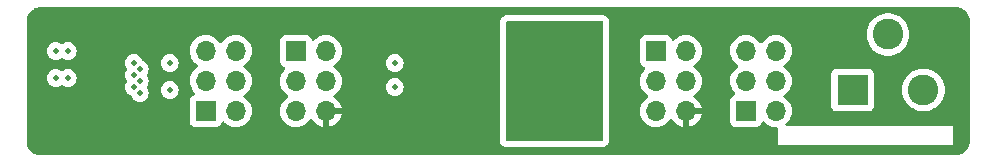
<source format=gbr>
%TF.GenerationSoftware,KiCad,Pcbnew,8.0.4*%
%TF.CreationDate,2024-11-15T14:07:30-05:00*%
%TF.ProjectId,BarrelJackAdapter,42617272-656c-44a6-9163-6b4164617074,rev?*%
%TF.SameCoordinates,Original*%
%TF.FileFunction,Copper,L2,Inr*%
%TF.FilePolarity,Positive*%
%FSLAX46Y46*%
G04 Gerber Fmt 4.6, Leading zero omitted, Abs format (unit mm)*
G04 Created by KiCad (PCBNEW 8.0.4) date 2024-11-15 14:07:30*
%MOMM*%
%LPD*%
G01*
G04 APERTURE LIST*
%TA.AperFunction,ComponentPad*%
%ADD10R,1.700000X1.700000*%
%TD*%
%TA.AperFunction,ComponentPad*%
%ADD11O,1.700000X1.700000*%
%TD*%
%TA.AperFunction,ComponentPad*%
%ADD12R,2.600000X2.600000*%
%TD*%
%TA.AperFunction,ComponentPad*%
%ADD13C,2.600000*%
%TD*%
%TA.AperFunction,ViaPad*%
%ADD14C,0.500000*%
%TD*%
G04 APERTURE END LIST*
D10*
%TO.N,unconnected-(J3-Pin_1-Pad1)*%
%TO.C,J3*%
X124460000Y-68580000D03*
D11*
%TO.N,+9V*%
X127000000Y-68580000D03*
%TO.N,+3.3V*%
X124460000Y-71120000D03*
%TO.N,/Vleft*%
X127000000Y-71120000D03*
%TO.N,unconnected-(J3-Pin_5-Pad5)*%
X124460000Y-73660000D03*
%TO.N,+5V*%
X127000000Y-73660000D03*
%TD*%
D10*
%TO.N,unconnected-(J5-Pin_1-Pad1)*%
%TO.C,J5*%
X154940000Y-68580000D03*
D11*
%TO.N,+9V*%
X157480000Y-68580000D03*
%TO.N,+3.3V*%
X154940000Y-71120000D03*
%TO.N,/Vright*%
X157480000Y-71120000D03*
%TO.N,unconnected-(J5-Pin_5-Pad5)*%
X154940000Y-73660000D03*
%TO.N,+5V*%
X157480000Y-73660000D03*
%TD*%
D12*
%TO.N,+9V*%
%TO.C,J1*%
X171600000Y-71870000D03*
D13*
%TO.N,GND*%
X177600000Y-71870000D03*
X174600000Y-67170000D03*
%TD*%
D10*
%TO.N,/Vright*%
%TO.C,J4*%
X162560000Y-73645000D03*
D11*
%TO.N,GND*%
X165100000Y-73645000D03*
%TO.N,/Vright*%
X162560000Y-71105000D03*
%TO.N,GND*%
X165100000Y-71105000D03*
%TO.N,/Vright*%
X162560000Y-68565000D03*
%TO.N,GND*%
X165100000Y-68565000D03*
%TD*%
D10*
%TO.N,/Vleft*%
%TO.C,J2*%
X116835000Y-73645000D03*
D11*
%TO.N,GND*%
X119375000Y-73645000D03*
%TO.N,/Vleft*%
X116835000Y-71105000D03*
%TO.N,GND*%
X119375000Y-71105000D03*
%TO.N,/Vleft*%
X116835000Y-68565000D03*
%TO.N,GND*%
X119375000Y-68565000D03*
%TD*%
D14*
%TO.N,GND*%
X104140000Y-68580000D03*
X143256000Y-70358000D03*
X145796000Y-70358000D03*
X147066000Y-74422000D03*
X148336000Y-72390000D03*
X148336000Y-70358000D03*
X147066000Y-71374000D03*
X132842000Y-71628000D03*
X144526000Y-69342000D03*
X145796000Y-72390000D03*
X145796000Y-74422000D03*
X144526000Y-68326000D03*
X145796000Y-69342000D03*
X144526000Y-70358000D03*
X105156000Y-68580000D03*
X149606000Y-72390000D03*
X148336000Y-68326000D03*
X113792000Y-69596000D03*
X148336000Y-73406000D03*
X149606000Y-71374000D03*
X149606000Y-74422000D03*
X147066000Y-69342000D03*
X149606000Y-70358000D03*
X147066000Y-68326000D03*
X145796000Y-68326000D03*
X144526000Y-74422000D03*
X143256000Y-68326000D03*
X148336000Y-71374000D03*
X143256000Y-73406000D03*
X145796000Y-67310000D03*
X148336000Y-69342000D03*
X143256000Y-74422000D03*
X143256000Y-69342000D03*
X149606000Y-67310000D03*
X143256000Y-67310000D03*
X143256000Y-71374000D03*
X149606000Y-73406000D03*
X145796000Y-73406000D03*
X145796000Y-71374000D03*
X147066000Y-73406000D03*
X144526000Y-67310000D03*
X149606000Y-69342000D03*
X144526000Y-73406000D03*
X147066000Y-67310000D03*
X144526000Y-71374000D03*
X147066000Y-72390000D03*
X149606000Y-68326000D03*
X143256000Y-72390000D03*
X132842000Y-69596000D03*
X148336000Y-74422000D03*
X148336000Y-67310000D03*
X144526000Y-72390000D03*
X147066000Y-70358000D03*
%TO.N,+5V*%
X132588000Y-73660000D03*
X134112000Y-73660000D03*
X130302000Y-71628000D03*
X105156000Y-73152000D03*
X133350000Y-73660000D03*
X104140000Y-73152000D03*
%TO.N,+3.3V*%
X113792000Y-71882000D03*
X111252000Y-70104000D03*
X111252000Y-71120000D03*
X111252000Y-72136000D03*
X110744000Y-71628000D03*
X110744000Y-70612000D03*
X110744000Y-69596000D03*
X104140000Y-70866000D03*
X105156000Y-70866000D03*
%TD*%
%TA.AperFunction,Conductor*%
%TO.N,+5V*%
G36*
X180344853Y-64845882D02*
G01*
X180374568Y-64848220D01*
X180517136Y-64859440D01*
X180536346Y-64862483D01*
X180699638Y-64901686D01*
X180718130Y-64907694D01*
X180841090Y-64958626D01*
X180873277Y-64971959D01*
X180890614Y-64980793D01*
X181033786Y-65068529D01*
X181049527Y-65079965D01*
X181177217Y-65189022D01*
X181190977Y-65202782D01*
X181300034Y-65330472D01*
X181311470Y-65346213D01*
X181399206Y-65489385D01*
X181408040Y-65506722D01*
X181472302Y-65661862D01*
X181478315Y-65680368D01*
X181517515Y-65843648D01*
X181520559Y-65862866D01*
X181534118Y-66035146D01*
X181534500Y-66044875D01*
X181534500Y-76195124D01*
X181534118Y-76204853D01*
X181520559Y-76377133D01*
X181517515Y-76396351D01*
X181478315Y-76559631D01*
X181472302Y-76578137D01*
X181408040Y-76733277D01*
X181399206Y-76750614D01*
X181311470Y-76893786D01*
X181300034Y-76909527D01*
X181190977Y-77037217D01*
X181177217Y-77050977D01*
X181049527Y-77160034D01*
X181033786Y-77171470D01*
X180890614Y-77259206D01*
X180873277Y-77268040D01*
X180718137Y-77332302D01*
X180699631Y-77338315D01*
X180536351Y-77377515D01*
X180517133Y-77380559D01*
X180344854Y-77394118D01*
X180335125Y-77394500D01*
X102874875Y-77394500D01*
X102865146Y-77394118D01*
X102692866Y-77380559D01*
X102673648Y-77377515D01*
X102510368Y-77338315D01*
X102491862Y-77332302D01*
X102336722Y-77268040D01*
X102319385Y-77259206D01*
X102176213Y-77171470D01*
X102160472Y-77160034D01*
X102032782Y-77050977D01*
X102019022Y-77037217D01*
X101909965Y-76909527D01*
X101898529Y-76893786D01*
X101810793Y-76750614D01*
X101801959Y-76733277D01*
X101781025Y-76682739D01*
X101737694Y-76578130D01*
X101731686Y-76559638D01*
X101692483Y-76396346D01*
X101689440Y-76377132D01*
X101686321Y-76337504D01*
X101676950Y-76218420D01*
X101675882Y-76204852D01*
X101675500Y-76195124D01*
X101675500Y-70865997D01*
X103384751Y-70865997D01*
X103384751Y-70866002D01*
X103403685Y-71034056D01*
X103459545Y-71193694D01*
X103459547Y-71193697D01*
X103549518Y-71336884D01*
X103549523Y-71336890D01*
X103669109Y-71456476D01*
X103669115Y-71456481D01*
X103812302Y-71546452D01*
X103812305Y-71546454D01*
X103812309Y-71546455D01*
X103812310Y-71546456D01*
X103875774Y-71568663D01*
X103971943Y-71602314D01*
X104139997Y-71621249D01*
X104140000Y-71621249D01*
X104140003Y-71621249D01*
X104308056Y-71602314D01*
X104312106Y-71600897D01*
X104467690Y-71546456D01*
X104582027Y-71474613D01*
X104649264Y-71455612D01*
X104713973Y-71474613D01*
X104828307Y-71546454D01*
X104828305Y-71546454D01*
X104828309Y-71546455D01*
X104828310Y-71546456D01*
X104891774Y-71568663D01*
X104987943Y-71602314D01*
X105155997Y-71621249D01*
X105156000Y-71621249D01*
X105156003Y-71621249D01*
X105324056Y-71602314D01*
X105328106Y-71600897D01*
X105483690Y-71546456D01*
X105483692Y-71546454D01*
X105483694Y-71546454D01*
X105483697Y-71546452D01*
X105626884Y-71456481D01*
X105626885Y-71456480D01*
X105626890Y-71456477D01*
X105746477Y-71336890D01*
X105774983Y-71291523D01*
X105836452Y-71193697D01*
X105836454Y-71193694D01*
X105836454Y-71193692D01*
X105836456Y-71193690D01*
X105892313Y-71034059D01*
X105892313Y-71034058D01*
X105892314Y-71034056D01*
X105911249Y-70866002D01*
X105911249Y-70865997D01*
X105892314Y-70697943D01*
X105836454Y-70538305D01*
X105836452Y-70538302D01*
X105746481Y-70395115D01*
X105746476Y-70395109D01*
X105626890Y-70275523D01*
X105626884Y-70275518D01*
X105483697Y-70185547D01*
X105483694Y-70185545D01*
X105324056Y-70129685D01*
X105156003Y-70110751D01*
X105155997Y-70110751D01*
X104987943Y-70129685D01*
X104828307Y-70185545D01*
X104713972Y-70257387D01*
X104646735Y-70276387D01*
X104582028Y-70257387D01*
X104467692Y-70185545D01*
X104467691Y-70185544D01*
X104467690Y-70185544D01*
X104423188Y-70169972D01*
X104308056Y-70129685D01*
X104140003Y-70110751D01*
X104139997Y-70110751D01*
X103971943Y-70129685D01*
X103812305Y-70185545D01*
X103812302Y-70185547D01*
X103669115Y-70275518D01*
X103669109Y-70275523D01*
X103549523Y-70395109D01*
X103549518Y-70395115D01*
X103459547Y-70538302D01*
X103459545Y-70538305D01*
X103403685Y-70697943D01*
X103384751Y-70865997D01*
X101675500Y-70865997D01*
X101675500Y-69595997D01*
X109988751Y-69595997D01*
X109988751Y-69596002D01*
X110007685Y-69764056D01*
X110063545Y-69923692D01*
X110135387Y-70038028D01*
X110154387Y-70105265D01*
X110135387Y-70169972D01*
X110063545Y-70284307D01*
X110007685Y-70443943D01*
X109988751Y-70611997D01*
X109988751Y-70612002D01*
X110007685Y-70780056D01*
X110063545Y-70939692D01*
X110135387Y-71054028D01*
X110154387Y-71121265D01*
X110135387Y-71185972D01*
X110063545Y-71300307D01*
X110007685Y-71459943D01*
X109988751Y-71627997D01*
X109988751Y-71628002D01*
X110007685Y-71796056D01*
X110063545Y-71955694D01*
X110063547Y-71955697D01*
X110153518Y-72098884D01*
X110153523Y-72098890D01*
X110273109Y-72218476D01*
X110273115Y-72218481D01*
X110416302Y-72308452D01*
X110416307Y-72308455D01*
X110416310Y-72308456D01*
X110474940Y-72328971D01*
X110531716Y-72369692D01*
X110551028Y-72405059D01*
X110571544Y-72463693D01*
X110661518Y-72606884D01*
X110661523Y-72606890D01*
X110781109Y-72726476D01*
X110781115Y-72726481D01*
X110924302Y-72816452D01*
X110924305Y-72816454D01*
X110924309Y-72816455D01*
X110924310Y-72816456D01*
X110996913Y-72841860D01*
X111083943Y-72872314D01*
X111251997Y-72891249D01*
X111252000Y-72891249D01*
X111252003Y-72891249D01*
X111420056Y-72872314D01*
X111420059Y-72872313D01*
X111579690Y-72816456D01*
X111579692Y-72816454D01*
X111579694Y-72816454D01*
X111579697Y-72816452D01*
X111722884Y-72726481D01*
X111722885Y-72726480D01*
X111722890Y-72726477D01*
X111842477Y-72606890D01*
X111842481Y-72606884D01*
X111932452Y-72463697D01*
X111932454Y-72463694D01*
X111932454Y-72463692D01*
X111932456Y-72463690D01*
X111988313Y-72304059D01*
X111988313Y-72304058D01*
X111988314Y-72304056D01*
X112007249Y-72136002D01*
X112007249Y-72135997D01*
X111988314Y-71967943D01*
X111958240Y-71881997D01*
X113036751Y-71881997D01*
X113036751Y-71882002D01*
X113055685Y-72050056D01*
X113111545Y-72209694D01*
X113111547Y-72209697D01*
X113201518Y-72352884D01*
X113201523Y-72352890D01*
X113321109Y-72472476D01*
X113321115Y-72472481D01*
X113464302Y-72562452D01*
X113464305Y-72562454D01*
X113464309Y-72562455D01*
X113464310Y-72562456D01*
X113536913Y-72587860D01*
X113623943Y-72618314D01*
X113791997Y-72637249D01*
X113792000Y-72637249D01*
X113792003Y-72637249D01*
X113960056Y-72618314D01*
X113992721Y-72606884D01*
X114119690Y-72562456D01*
X114119692Y-72562454D01*
X114119694Y-72562454D01*
X114119697Y-72562452D01*
X114262884Y-72472481D01*
X114262885Y-72472480D01*
X114262890Y-72472477D01*
X114382477Y-72352890D01*
X114383535Y-72351206D01*
X114472452Y-72209697D01*
X114472454Y-72209694D01*
X114472454Y-72209692D01*
X114472456Y-72209690D01*
X114528313Y-72050059D01*
X114528313Y-72050058D01*
X114528314Y-72050056D01*
X114547249Y-71882002D01*
X114547249Y-71881997D01*
X114528314Y-71713943D01*
X114480407Y-71577032D01*
X114472456Y-71554310D01*
X114472455Y-71554309D01*
X114472454Y-71554305D01*
X114472452Y-71554302D01*
X114382481Y-71411115D01*
X114382476Y-71411109D01*
X114262890Y-71291523D01*
X114262884Y-71291518D01*
X114119697Y-71201547D01*
X114119694Y-71201545D01*
X113960056Y-71145685D01*
X113792003Y-71126751D01*
X113791997Y-71126751D01*
X113623943Y-71145685D01*
X113464305Y-71201545D01*
X113464302Y-71201547D01*
X113321115Y-71291518D01*
X113321109Y-71291523D01*
X113201523Y-71411109D01*
X113201518Y-71411115D01*
X113111547Y-71554302D01*
X113111545Y-71554305D01*
X113055685Y-71713943D01*
X113036751Y-71881997D01*
X111958240Y-71881997D01*
X111932456Y-71808310D01*
X111932454Y-71808307D01*
X111932454Y-71808306D01*
X111860613Y-71693973D01*
X111841612Y-71626736D01*
X111860613Y-71562027D01*
X111932454Y-71447693D01*
X111932453Y-71447693D01*
X111932456Y-71447690D01*
X111988313Y-71288059D01*
X111988313Y-71288058D01*
X111988314Y-71288056D01*
X112007249Y-71120002D01*
X112007249Y-71119997D01*
X111988314Y-70951943D01*
X111958240Y-70865997D01*
X111932456Y-70792310D01*
X111932454Y-70792307D01*
X111932454Y-70792306D01*
X111860613Y-70677973D01*
X111841612Y-70610736D01*
X111860613Y-70546027D01*
X111925870Y-70442171D01*
X111932456Y-70431690D01*
X111988313Y-70272059D01*
X111988313Y-70272058D01*
X111988314Y-70272056D01*
X112007249Y-70104002D01*
X112007249Y-70103997D01*
X111988314Y-69935943D01*
X111936388Y-69787547D01*
X111932456Y-69776310D01*
X111932455Y-69776309D01*
X111932454Y-69776305D01*
X111932452Y-69776302D01*
X111842481Y-69633115D01*
X111842476Y-69633109D01*
X111805364Y-69595997D01*
X113036751Y-69595997D01*
X113036751Y-69596002D01*
X113055685Y-69764056D01*
X113111545Y-69923694D01*
X113111547Y-69923697D01*
X113201518Y-70066884D01*
X113201523Y-70066890D01*
X113321109Y-70186476D01*
X113321115Y-70186481D01*
X113464302Y-70276452D01*
X113464305Y-70276454D01*
X113464309Y-70276455D01*
X113464310Y-70276456D01*
X113486747Y-70284307D01*
X113623943Y-70332314D01*
X113791997Y-70351249D01*
X113792000Y-70351249D01*
X113792003Y-70351249D01*
X113960056Y-70332314D01*
X113973345Y-70327664D01*
X114119690Y-70276456D01*
X114119692Y-70276454D01*
X114119694Y-70276454D01*
X114119697Y-70276452D01*
X114262884Y-70186481D01*
X114262885Y-70186480D01*
X114262890Y-70186477D01*
X114382477Y-70066890D01*
X114382481Y-70066884D01*
X114472452Y-69923697D01*
X114472454Y-69923694D01*
X114472454Y-69923692D01*
X114472456Y-69923690D01*
X114528313Y-69764059D01*
X114528313Y-69764058D01*
X114528314Y-69764056D01*
X114547249Y-69596002D01*
X114547249Y-69595997D01*
X114528314Y-69427943D01*
X114472454Y-69268305D01*
X114472452Y-69268302D01*
X114382481Y-69125115D01*
X114382476Y-69125109D01*
X114262890Y-69005523D01*
X114262884Y-69005518D01*
X114119697Y-68915547D01*
X114119694Y-68915545D01*
X113960056Y-68859685D01*
X113792003Y-68840751D01*
X113791997Y-68840751D01*
X113623943Y-68859685D01*
X113464305Y-68915545D01*
X113464302Y-68915547D01*
X113321115Y-69005518D01*
X113321109Y-69005523D01*
X113201523Y-69125109D01*
X113201518Y-69125115D01*
X113111547Y-69268302D01*
X113111545Y-69268305D01*
X113055685Y-69427943D01*
X113036751Y-69595997D01*
X111805364Y-69595997D01*
X111722890Y-69513523D01*
X111722884Y-69513518D01*
X111579693Y-69423544D01*
X111521059Y-69403028D01*
X111464283Y-69362306D01*
X111444971Y-69326940D01*
X111424455Y-69268307D01*
X111424452Y-69268302D01*
X111334481Y-69125115D01*
X111334476Y-69125109D01*
X111214890Y-69005523D01*
X111214884Y-69005518D01*
X111071697Y-68915547D01*
X111071694Y-68915545D01*
X110912056Y-68859685D01*
X110744003Y-68840751D01*
X110743997Y-68840751D01*
X110575943Y-68859685D01*
X110416305Y-68915545D01*
X110416302Y-68915547D01*
X110273115Y-69005518D01*
X110273109Y-69005523D01*
X110153523Y-69125109D01*
X110153518Y-69125115D01*
X110063547Y-69268302D01*
X110063545Y-69268305D01*
X110007685Y-69427943D01*
X109988751Y-69595997D01*
X101675500Y-69595997D01*
X101675500Y-68579997D01*
X103384751Y-68579997D01*
X103384751Y-68580002D01*
X103403685Y-68748056D01*
X103459545Y-68907694D01*
X103459547Y-68907697D01*
X103549518Y-69050884D01*
X103549523Y-69050890D01*
X103669109Y-69170476D01*
X103669115Y-69170481D01*
X103812302Y-69260452D01*
X103812305Y-69260454D01*
X103812309Y-69260455D01*
X103812310Y-69260456D01*
X103834747Y-69268307D01*
X103971943Y-69316314D01*
X104139997Y-69335249D01*
X104140000Y-69335249D01*
X104140003Y-69335249D01*
X104308056Y-69316314D01*
X104308059Y-69316313D01*
X104467690Y-69260456D01*
X104582027Y-69188613D01*
X104649264Y-69169612D01*
X104713973Y-69188613D01*
X104813009Y-69250842D01*
X104828307Y-69260454D01*
X104828305Y-69260454D01*
X104828309Y-69260455D01*
X104828310Y-69260456D01*
X104850747Y-69268307D01*
X104987943Y-69316314D01*
X105155997Y-69335249D01*
X105156000Y-69335249D01*
X105156003Y-69335249D01*
X105324056Y-69316314D01*
X105324059Y-69316313D01*
X105483690Y-69260456D01*
X105483692Y-69260454D01*
X105483694Y-69260454D01*
X105483697Y-69260452D01*
X105626884Y-69170481D01*
X105626885Y-69170480D01*
X105626890Y-69170477D01*
X105746477Y-69050890D01*
X105746481Y-69050884D01*
X105836452Y-68907697D01*
X105836454Y-68907694D01*
X105836454Y-68907692D01*
X105836456Y-68907690D01*
X105892313Y-68748059D01*
X105892313Y-68748058D01*
X105892314Y-68748056D01*
X105911249Y-68580002D01*
X105911249Y-68579997D01*
X105909559Y-68564999D01*
X115479341Y-68564999D01*
X115479341Y-68565000D01*
X115499936Y-68800403D01*
X115499938Y-68800413D01*
X115561094Y-69028655D01*
X115561096Y-69028659D01*
X115561097Y-69028663D01*
X115626823Y-69169612D01*
X115660965Y-69242830D01*
X115660967Y-69242834D01*
X115744623Y-69362306D01*
X115796501Y-69436396D01*
X115796506Y-69436402D01*
X115963597Y-69603493D01*
X115963603Y-69603498D01*
X116149158Y-69733425D01*
X116192783Y-69788002D01*
X116199977Y-69857500D01*
X116168454Y-69919855D01*
X116149158Y-69936575D01*
X115963597Y-70066505D01*
X115796505Y-70233597D01*
X115660965Y-70427169D01*
X115660964Y-70427171D01*
X115561098Y-70641335D01*
X115561094Y-70641344D01*
X115499938Y-70869586D01*
X115499936Y-70869596D01*
X115479341Y-71104999D01*
X115479341Y-71105000D01*
X115499936Y-71340403D01*
X115499938Y-71340413D01*
X115561094Y-71568655D01*
X115561096Y-71568659D01*
X115561097Y-71568663D01*
X115641004Y-71740023D01*
X115660965Y-71782830D01*
X115660967Y-71782834D01*
X115730406Y-71882002D01*
X115796501Y-71976396D01*
X115796506Y-71976402D01*
X115918430Y-72098326D01*
X115951915Y-72159649D01*
X115946931Y-72229341D01*
X115905059Y-72285274D01*
X115874083Y-72302189D01*
X115742669Y-72351203D01*
X115742664Y-72351206D01*
X115627455Y-72437452D01*
X115627452Y-72437455D01*
X115541206Y-72552664D01*
X115541202Y-72552671D01*
X115490908Y-72687517D01*
X115484501Y-72747116D01*
X115484500Y-72747135D01*
X115484500Y-74542870D01*
X115484501Y-74542876D01*
X115490908Y-74602483D01*
X115541202Y-74737328D01*
X115541206Y-74737335D01*
X115627452Y-74852544D01*
X115627455Y-74852547D01*
X115742664Y-74938793D01*
X115742671Y-74938797D01*
X115877517Y-74989091D01*
X115877516Y-74989091D01*
X115884444Y-74989835D01*
X115937127Y-74995500D01*
X117732872Y-74995499D01*
X117792483Y-74989091D01*
X117927331Y-74938796D01*
X118042546Y-74852546D01*
X118128796Y-74737331D01*
X118177810Y-74605916D01*
X118219681Y-74549984D01*
X118285145Y-74525566D01*
X118353418Y-74540417D01*
X118381673Y-74561569D01*
X118503599Y-74683495D01*
X118600384Y-74751265D01*
X118697165Y-74819032D01*
X118697167Y-74819033D01*
X118697170Y-74819035D01*
X118911337Y-74918903D01*
X119139592Y-74980063D01*
X119316034Y-74995500D01*
X119374999Y-75000659D01*
X119375000Y-75000659D01*
X119375001Y-75000659D01*
X119414234Y-74997226D01*
X119610408Y-74980063D01*
X119838663Y-74918903D01*
X120052830Y-74819035D01*
X120246401Y-74683495D01*
X120413495Y-74516401D01*
X120549035Y-74322830D01*
X120648903Y-74108663D01*
X120710063Y-73880408D01*
X120730659Y-73645000D01*
X120710063Y-73409592D01*
X120658695Y-73217883D01*
X120648905Y-73181344D01*
X120648904Y-73181343D01*
X120648903Y-73181337D01*
X120549035Y-72967171D01*
X120492971Y-72887102D01*
X120413494Y-72773597D01*
X120246402Y-72606506D01*
X120246396Y-72606501D01*
X120060842Y-72476575D01*
X120017217Y-72421998D01*
X120010023Y-72352500D01*
X120041546Y-72290145D01*
X120060842Y-72273425D01*
X120139310Y-72218481D01*
X120246401Y-72143495D01*
X120413495Y-71976401D01*
X120549035Y-71782830D01*
X120648903Y-71568663D01*
X120710063Y-71340408D01*
X120729347Y-71119999D01*
X123104341Y-71119999D01*
X123104341Y-71120000D01*
X123124936Y-71355403D01*
X123124938Y-71355413D01*
X123186094Y-71583655D01*
X123186096Y-71583659D01*
X123186097Y-71583663D01*
X123237536Y-71693973D01*
X123285965Y-71797830D01*
X123285967Y-71797834D01*
X123344903Y-71882002D01*
X123421501Y-71991396D01*
X123421506Y-71991402D01*
X123588597Y-72158493D01*
X123588603Y-72158498D01*
X123774158Y-72288425D01*
X123817783Y-72343002D01*
X123824977Y-72412500D01*
X123793454Y-72474855D01*
X123774158Y-72491575D01*
X123588597Y-72621505D01*
X123421505Y-72788597D01*
X123285965Y-72982169D01*
X123285964Y-72982171D01*
X123186098Y-73196335D01*
X123186094Y-73196344D01*
X123124938Y-73424586D01*
X123124936Y-73424596D01*
X123104341Y-73659999D01*
X123104341Y-73660000D01*
X123124936Y-73895403D01*
X123124938Y-73895413D01*
X123186094Y-74123655D01*
X123186096Y-74123659D01*
X123186097Y-74123663D01*
X123269155Y-74301781D01*
X123285965Y-74337830D01*
X123285967Y-74337834D01*
X123394281Y-74492521D01*
X123421505Y-74531401D01*
X123588599Y-74698495D01*
X123685384Y-74766265D01*
X123782165Y-74834032D01*
X123782167Y-74834033D01*
X123782170Y-74834035D01*
X123996337Y-74933903D01*
X124224592Y-74995063D01*
X124399422Y-75010359D01*
X124459999Y-75015659D01*
X124460000Y-75015659D01*
X124460001Y-75015659D01*
X124499234Y-75012226D01*
X124695408Y-74995063D01*
X124923663Y-74933903D01*
X125137830Y-74834035D01*
X125331401Y-74698495D01*
X125498495Y-74531401D01*
X125628730Y-74345405D01*
X125683307Y-74301781D01*
X125752805Y-74294587D01*
X125815160Y-74326110D01*
X125831879Y-74345405D01*
X125961890Y-74531078D01*
X126128917Y-74698105D01*
X126322421Y-74833600D01*
X126536507Y-74933429D01*
X126536516Y-74933433D01*
X126750000Y-74990634D01*
X126750000Y-74093012D01*
X126807007Y-74125925D01*
X126934174Y-74160000D01*
X127065826Y-74160000D01*
X127192993Y-74125925D01*
X127250000Y-74093012D01*
X127250000Y-74990633D01*
X127463483Y-74933433D01*
X127463492Y-74933429D01*
X127677578Y-74833600D01*
X127871082Y-74698105D01*
X128038105Y-74531082D01*
X128173600Y-74337578D01*
X128273429Y-74123492D01*
X128273432Y-74123486D01*
X128330636Y-73910000D01*
X127433012Y-73910000D01*
X127465925Y-73852993D01*
X127500000Y-73725826D01*
X127500000Y-73594174D01*
X127465925Y-73467007D01*
X127433012Y-73410000D01*
X128330636Y-73410000D01*
X128330635Y-73409999D01*
X128273432Y-73196513D01*
X128273429Y-73196507D01*
X128173600Y-72982422D01*
X128173599Y-72982420D01*
X128038113Y-72788926D01*
X128038108Y-72788920D01*
X127871078Y-72621890D01*
X127685405Y-72491879D01*
X127641780Y-72437302D01*
X127634588Y-72367804D01*
X127666110Y-72305449D01*
X127685406Y-72288730D01*
X127707264Y-72273425D01*
X127871401Y-72158495D01*
X128038495Y-71991401D01*
X128174035Y-71797830D01*
X128253230Y-71627997D01*
X132086751Y-71627997D01*
X132086751Y-71628002D01*
X132105685Y-71796056D01*
X132161545Y-71955694D01*
X132161547Y-71955697D01*
X132251518Y-72098884D01*
X132251523Y-72098890D01*
X132371109Y-72218476D01*
X132371115Y-72218481D01*
X132514302Y-72308452D01*
X132514305Y-72308454D01*
X132514309Y-72308455D01*
X132514310Y-72308456D01*
X132570170Y-72328002D01*
X132673943Y-72364314D01*
X132841997Y-72383249D01*
X132842000Y-72383249D01*
X132842003Y-72383249D01*
X133010056Y-72364314D01*
X133042721Y-72352884D01*
X133169690Y-72308456D01*
X133169692Y-72308454D01*
X133169694Y-72308454D01*
X133169697Y-72308452D01*
X133312884Y-72218481D01*
X133312885Y-72218480D01*
X133312890Y-72218477D01*
X133432477Y-72098890D01*
X133432481Y-72098884D01*
X133522452Y-71955697D01*
X133522454Y-71955694D01*
X133522454Y-71955692D01*
X133522456Y-71955690D01*
X133578313Y-71796059D01*
X133578313Y-71796058D01*
X133578314Y-71796056D01*
X133597249Y-71628002D01*
X133597249Y-71627997D01*
X133578314Y-71459943D01*
X133541737Y-71355413D01*
X133522456Y-71300310D01*
X133522455Y-71300309D01*
X133522454Y-71300305D01*
X133522452Y-71300302D01*
X133432481Y-71157115D01*
X133432476Y-71157109D01*
X133312890Y-71037523D01*
X133312884Y-71037518D01*
X133169697Y-70947547D01*
X133169694Y-70947545D01*
X133010056Y-70891685D01*
X132842003Y-70872751D01*
X132841997Y-70872751D01*
X132673943Y-70891685D01*
X132514305Y-70947545D01*
X132514302Y-70947547D01*
X132371115Y-71037518D01*
X132371109Y-71037523D01*
X132251523Y-71157109D01*
X132251518Y-71157115D01*
X132161547Y-71300302D01*
X132161545Y-71300305D01*
X132105685Y-71459943D01*
X132086751Y-71627997D01*
X128253230Y-71627997D01*
X128273903Y-71583663D01*
X128335063Y-71355408D01*
X128355659Y-71120000D01*
X128335063Y-70884592D01*
X128273903Y-70656337D01*
X128174035Y-70442171D01*
X128171433Y-70438454D01*
X128038494Y-70248597D01*
X127871402Y-70081506D01*
X127871396Y-70081501D01*
X127685842Y-69951575D01*
X127642217Y-69896998D01*
X127635023Y-69827500D01*
X127666546Y-69765145D01*
X127685842Y-69748425D01*
X127708026Y-69732891D01*
X127871401Y-69618495D01*
X127893899Y-69595997D01*
X132086751Y-69595997D01*
X132086751Y-69596002D01*
X132105685Y-69764056D01*
X132161545Y-69923694D01*
X132161547Y-69923697D01*
X132251518Y-70066884D01*
X132251523Y-70066890D01*
X132371109Y-70186476D01*
X132371115Y-70186481D01*
X132514302Y-70276452D01*
X132514305Y-70276454D01*
X132514309Y-70276455D01*
X132514310Y-70276456D01*
X132536747Y-70284307D01*
X132673943Y-70332314D01*
X132841997Y-70351249D01*
X132842000Y-70351249D01*
X132842003Y-70351249D01*
X133010056Y-70332314D01*
X133023345Y-70327664D01*
X133169690Y-70276456D01*
X133169692Y-70276454D01*
X133169694Y-70276454D01*
X133169697Y-70276452D01*
X133312884Y-70186481D01*
X133312885Y-70186480D01*
X133312890Y-70186477D01*
X133432477Y-70066890D01*
X133432481Y-70066884D01*
X133522452Y-69923697D01*
X133522454Y-69923694D01*
X133522454Y-69923692D01*
X133522456Y-69923690D01*
X133578313Y-69764059D01*
X133578313Y-69764058D01*
X133578314Y-69764056D01*
X133597249Y-69596002D01*
X133597249Y-69595997D01*
X133578314Y-69427943D01*
X133522454Y-69268305D01*
X133522452Y-69268302D01*
X133432481Y-69125115D01*
X133432476Y-69125109D01*
X133312890Y-69005523D01*
X133312884Y-69005518D01*
X133169697Y-68915547D01*
X133169694Y-68915545D01*
X133010056Y-68859685D01*
X132842003Y-68840751D01*
X132841997Y-68840751D01*
X132673943Y-68859685D01*
X132514305Y-68915545D01*
X132514302Y-68915547D01*
X132371115Y-69005518D01*
X132371109Y-69005523D01*
X132251523Y-69125109D01*
X132251518Y-69125115D01*
X132161547Y-69268302D01*
X132161545Y-69268305D01*
X132105685Y-69427943D01*
X132086751Y-69595997D01*
X127893899Y-69595997D01*
X128038495Y-69451401D01*
X128174035Y-69257830D01*
X128273903Y-69043663D01*
X128335063Y-68815408D01*
X128355659Y-68580000D01*
X128335063Y-68344592D01*
X128273903Y-68116337D01*
X128174035Y-67902171D01*
X128172197Y-67899545D01*
X128038494Y-67708597D01*
X127871402Y-67541506D01*
X127871395Y-67541501D01*
X127677834Y-67405967D01*
X127677830Y-67405965D01*
X127645660Y-67390964D01*
X127463663Y-67306097D01*
X127463659Y-67306096D01*
X127463655Y-67306094D01*
X127235413Y-67244938D01*
X127235403Y-67244936D01*
X127000001Y-67224341D01*
X126999999Y-67224341D01*
X126764596Y-67244936D01*
X126764586Y-67244938D01*
X126536344Y-67306094D01*
X126536335Y-67306098D01*
X126322171Y-67405964D01*
X126322169Y-67405965D01*
X126128600Y-67541503D01*
X126006673Y-67663430D01*
X125945350Y-67696914D01*
X125875658Y-67691930D01*
X125819725Y-67650058D01*
X125802810Y-67619081D01*
X125753797Y-67487671D01*
X125753793Y-67487664D01*
X125667547Y-67372455D01*
X125667544Y-67372452D01*
X125552335Y-67286206D01*
X125552328Y-67286202D01*
X125417482Y-67235908D01*
X125417483Y-67235908D01*
X125357883Y-67229501D01*
X125357881Y-67229500D01*
X125357873Y-67229500D01*
X125357864Y-67229500D01*
X123562129Y-67229500D01*
X123562123Y-67229501D01*
X123502516Y-67235908D01*
X123367671Y-67286202D01*
X123367664Y-67286206D01*
X123252455Y-67372452D01*
X123252452Y-67372455D01*
X123166206Y-67487664D01*
X123166202Y-67487671D01*
X123115908Y-67622517D01*
X123109501Y-67682116D01*
X123109500Y-67682135D01*
X123109500Y-69477870D01*
X123109501Y-69477876D01*
X123115908Y-69537483D01*
X123166202Y-69672328D01*
X123166206Y-69672335D01*
X123252452Y-69787544D01*
X123252455Y-69787547D01*
X123367664Y-69873793D01*
X123367671Y-69873797D01*
X123499081Y-69922810D01*
X123555015Y-69964681D01*
X123579432Y-70030145D01*
X123564580Y-70098418D01*
X123543430Y-70126673D01*
X123421503Y-70248600D01*
X123285965Y-70442169D01*
X123285964Y-70442171D01*
X123186098Y-70656335D01*
X123186094Y-70656344D01*
X123124938Y-70884586D01*
X123124936Y-70884596D01*
X123104341Y-71119999D01*
X120729347Y-71119999D01*
X120730659Y-71105000D01*
X120710063Y-70869592D01*
X120663626Y-70696285D01*
X120648905Y-70641344D01*
X120648904Y-70641343D01*
X120648903Y-70641337D01*
X120549035Y-70427171D01*
X120543425Y-70419158D01*
X120413494Y-70233597D01*
X120246402Y-70066506D01*
X120246396Y-70066501D01*
X120060842Y-69936575D01*
X120017217Y-69881998D01*
X120010023Y-69812500D01*
X120041546Y-69750145D01*
X120060842Y-69733425D01*
X120204106Y-69633110D01*
X120246401Y-69603495D01*
X120413495Y-69436401D01*
X120549035Y-69242830D01*
X120648903Y-69028663D01*
X120710063Y-68800408D01*
X120730659Y-68565000D01*
X120710063Y-68329592D01*
X120650986Y-68109110D01*
X120648905Y-68101344D01*
X120648904Y-68101343D01*
X120648903Y-68101337D01*
X120549035Y-67887171D01*
X120543425Y-67879158D01*
X120413494Y-67693597D01*
X120246402Y-67526506D01*
X120246395Y-67526501D01*
X120052834Y-67390967D01*
X120052830Y-67390965D01*
X120013129Y-67372452D01*
X119838663Y-67291097D01*
X119838659Y-67291096D01*
X119838655Y-67291094D01*
X119610413Y-67229938D01*
X119610403Y-67229936D01*
X119375001Y-67209341D01*
X119374999Y-67209341D01*
X119139596Y-67229936D01*
X119139586Y-67229938D01*
X118911344Y-67291094D01*
X118911335Y-67291098D01*
X118697171Y-67390964D01*
X118697169Y-67390965D01*
X118503597Y-67526505D01*
X118336505Y-67693597D01*
X118206575Y-67879158D01*
X118151998Y-67922783D01*
X118082500Y-67929977D01*
X118020145Y-67898454D01*
X118003425Y-67879158D01*
X117873494Y-67693597D01*
X117706402Y-67526506D01*
X117706395Y-67526501D01*
X117512834Y-67390967D01*
X117512830Y-67390965D01*
X117473129Y-67372452D01*
X117298663Y-67291097D01*
X117298659Y-67291096D01*
X117298655Y-67291094D01*
X117070413Y-67229938D01*
X117070403Y-67229936D01*
X116835001Y-67209341D01*
X116834999Y-67209341D01*
X116599596Y-67229936D01*
X116599586Y-67229938D01*
X116371344Y-67291094D01*
X116371335Y-67291098D01*
X116157171Y-67390964D01*
X116157169Y-67390965D01*
X115963597Y-67526505D01*
X115796505Y-67693597D01*
X115660965Y-67887169D01*
X115660964Y-67887171D01*
X115561098Y-68101335D01*
X115561094Y-68101344D01*
X115499938Y-68329586D01*
X115499936Y-68329596D01*
X115479341Y-68564999D01*
X105909559Y-68564999D01*
X105892314Y-68411943D01*
X105836454Y-68252305D01*
X105836452Y-68252302D01*
X105746481Y-68109115D01*
X105746476Y-68109109D01*
X105626890Y-67989523D01*
X105626884Y-67989518D01*
X105483697Y-67899547D01*
X105483694Y-67899545D01*
X105324056Y-67843685D01*
X105156003Y-67824751D01*
X105155997Y-67824751D01*
X104987943Y-67843685D01*
X104828307Y-67899545D01*
X104713972Y-67971387D01*
X104646735Y-67990387D01*
X104582028Y-67971387D01*
X104467692Y-67899545D01*
X104467691Y-67899544D01*
X104467690Y-67899544D01*
X104409430Y-67879158D01*
X104308056Y-67843685D01*
X104140003Y-67824751D01*
X104139997Y-67824751D01*
X103971943Y-67843685D01*
X103812305Y-67899545D01*
X103812302Y-67899547D01*
X103669115Y-67989518D01*
X103669109Y-67989523D01*
X103549523Y-68109109D01*
X103549518Y-68109115D01*
X103459547Y-68252302D01*
X103459545Y-68252305D01*
X103403685Y-68411943D01*
X103384751Y-68579997D01*
X101675500Y-68579997D01*
X101675500Y-66164000D01*
X141734500Y-66164000D01*
X141734500Y-76076000D01*
X141734501Y-76076009D01*
X141746052Y-76183450D01*
X141746054Y-76183462D01*
X141757260Y-76234972D01*
X141791383Y-76337497D01*
X141791386Y-76337503D01*
X141869171Y-76458537D01*
X141869179Y-76458548D01*
X141914923Y-76511340D01*
X141914926Y-76511343D01*
X141914930Y-76511347D01*
X142023664Y-76605567D01*
X142023667Y-76605568D01*
X142023668Y-76605569D01*
X142117925Y-76648616D01*
X142154541Y-76665338D01*
X142221580Y-76685023D01*
X142221584Y-76685024D01*
X142364000Y-76705500D01*
X142364003Y-76705500D01*
X150370990Y-76705500D01*
X150371000Y-76705500D01*
X150478456Y-76693947D01*
X150529967Y-76682741D01*
X150564197Y-76671347D01*
X150632497Y-76648616D01*
X150632501Y-76648613D01*
X150632504Y-76648613D01*
X150753543Y-76570825D01*
X150806347Y-76525070D01*
X150900567Y-76416336D01*
X150960338Y-76285459D01*
X150980023Y-76218420D01*
X150980024Y-76218416D01*
X151000500Y-76076000D01*
X151000500Y-71119999D01*
X153584341Y-71119999D01*
X153584341Y-71120000D01*
X153604936Y-71355403D01*
X153604938Y-71355413D01*
X153666094Y-71583655D01*
X153666096Y-71583659D01*
X153666097Y-71583663D01*
X153717536Y-71693973D01*
X153765965Y-71797830D01*
X153765967Y-71797834D01*
X153824903Y-71882002D01*
X153901501Y-71991396D01*
X153901506Y-71991402D01*
X154068597Y-72158493D01*
X154068603Y-72158498D01*
X154254158Y-72288425D01*
X154297783Y-72343002D01*
X154304977Y-72412500D01*
X154273454Y-72474855D01*
X154254158Y-72491575D01*
X154068597Y-72621505D01*
X153901505Y-72788597D01*
X153765965Y-72982169D01*
X153765964Y-72982171D01*
X153666098Y-73196335D01*
X153666094Y-73196344D01*
X153604938Y-73424586D01*
X153604936Y-73424596D01*
X153584341Y-73659999D01*
X153584341Y-73660000D01*
X153604936Y-73895403D01*
X153604938Y-73895413D01*
X153666094Y-74123655D01*
X153666096Y-74123659D01*
X153666097Y-74123663D01*
X153749155Y-74301781D01*
X153765965Y-74337830D01*
X153765967Y-74337834D01*
X153874281Y-74492521D01*
X153901505Y-74531401D01*
X154068599Y-74698495D01*
X154165384Y-74766265D01*
X154262165Y-74834032D01*
X154262167Y-74834033D01*
X154262170Y-74834035D01*
X154476337Y-74933903D01*
X154704592Y-74995063D01*
X154879422Y-75010359D01*
X154939999Y-75015659D01*
X154940000Y-75015659D01*
X154940001Y-75015659D01*
X154979234Y-75012226D01*
X155175408Y-74995063D01*
X155403663Y-74933903D01*
X155617830Y-74834035D01*
X155811401Y-74698495D01*
X155978495Y-74531401D01*
X156108730Y-74345405D01*
X156163307Y-74301781D01*
X156232805Y-74294587D01*
X156295160Y-74326110D01*
X156311879Y-74345405D01*
X156441890Y-74531078D01*
X156608917Y-74698105D01*
X156802421Y-74833600D01*
X157016507Y-74933429D01*
X157016516Y-74933433D01*
X157230000Y-74990634D01*
X157230000Y-74093012D01*
X157287007Y-74125925D01*
X157414174Y-74160000D01*
X157545826Y-74160000D01*
X157672993Y-74125925D01*
X157730000Y-74093012D01*
X157730000Y-74990633D01*
X157943483Y-74933433D01*
X157943492Y-74933429D01*
X158157578Y-74833600D01*
X158351082Y-74698105D01*
X158518105Y-74531082D01*
X158653600Y-74337578D01*
X158753429Y-74123492D01*
X158753432Y-74123486D01*
X158810636Y-73910000D01*
X157913012Y-73910000D01*
X157945925Y-73852993D01*
X157980000Y-73725826D01*
X157980000Y-73594174D01*
X157945925Y-73467007D01*
X157913012Y-73410000D01*
X158810636Y-73410000D01*
X158810635Y-73409999D01*
X158753432Y-73196513D01*
X158753429Y-73196507D01*
X158653600Y-72982422D01*
X158653599Y-72982420D01*
X158518113Y-72788926D01*
X158518108Y-72788920D01*
X158351078Y-72621890D01*
X158165405Y-72491879D01*
X158121780Y-72437302D01*
X158114588Y-72367804D01*
X158146110Y-72305449D01*
X158165406Y-72288730D01*
X158187264Y-72273425D01*
X158351401Y-72158495D01*
X158518495Y-71991401D01*
X158654035Y-71797830D01*
X158753903Y-71583663D01*
X158815063Y-71355408D01*
X158835659Y-71120000D01*
X158815063Y-70884592D01*
X158753903Y-70656337D01*
X158654035Y-70442171D01*
X158651433Y-70438454D01*
X158518494Y-70248597D01*
X158351402Y-70081506D01*
X158351396Y-70081501D01*
X158165842Y-69951575D01*
X158122217Y-69896998D01*
X158115023Y-69827500D01*
X158146546Y-69765145D01*
X158165842Y-69748425D01*
X158188026Y-69732891D01*
X158351401Y-69618495D01*
X158518495Y-69451401D01*
X158654035Y-69257830D01*
X158753903Y-69043663D01*
X158815063Y-68815408D01*
X158835659Y-68580000D01*
X158834347Y-68564999D01*
X161204341Y-68564999D01*
X161204341Y-68565000D01*
X161224936Y-68800403D01*
X161224938Y-68800413D01*
X161286094Y-69028655D01*
X161286096Y-69028659D01*
X161286097Y-69028663D01*
X161351823Y-69169612D01*
X161385965Y-69242830D01*
X161385967Y-69242834D01*
X161469623Y-69362306D01*
X161521501Y-69436396D01*
X161521506Y-69436402D01*
X161688597Y-69603493D01*
X161688603Y-69603498D01*
X161874158Y-69733425D01*
X161917783Y-69788002D01*
X161924977Y-69857500D01*
X161893454Y-69919855D01*
X161874158Y-69936575D01*
X161688597Y-70066505D01*
X161521505Y-70233597D01*
X161385965Y-70427169D01*
X161385964Y-70427171D01*
X161286098Y-70641335D01*
X161286094Y-70641344D01*
X161224938Y-70869586D01*
X161224936Y-70869596D01*
X161204341Y-71104999D01*
X161204341Y-71105000D01*
X161224936Y-71340403D01*
X161224938Y-71340413D01*
X161286094Y-71568655D01*
X161286096Y-71568659D01*
X161286097Y-71568663D01*
X161366004Y-71740023D01*
X161385965Y-71782830D01*
X161385967Y-71782834D01*
X161455406Y-71882002D01*
X161521501Y-71976396D01*
X161521506Y-71976402D01*
X161643430Y-72098326D01*
X161676915Y-72159649D01*
X161671931Y-72229341D01*
X161630059Y-72285274D01*
X161599083Y-72302189D01*
X161467669Y-72351203D01*
X161467664Y-72351206D01*
X161352455Y-72437452D01*
X161352452Y-72437455D01*
X161266206Y-72552664D01*
X161266202Y-72552671D01*
X161215908Y-72687517D01*
X161209501Y-72747116D01*
X161209500Y-72747135D01*
X161209500Y-74542870D01*
X161209501Y-74542876D01*
X161215908Y-74602483D01*
X161266202Y-74737328D01*
X161266206Y-74737335D01*
X161352452Y-74852544D01*
X161352455Y-74852547D01*
X161467664Y-74938793D01*
X161467671Y-74938797D01*
X161602517Y-74989091D01*
X161602516Y-74989091D01*
X161609444Y-74989835D01*
X161662127Y-74995500D01*
X163457872Y-74995499D01*
X163517483Y-74989091D01*
X163652331Y-74938796D01*
X163767546Y-74852546D01*
X163853796Y-74737331D01*
X163902810Y-74605916D01*
X163944681Y-74549984D01*
X164010145Y-74525566D01*
X164078418Y-74540417D01*
X164106673Y-74561569D01*
X164228599Y-74683495D01*
X164325384Y-74751265D01*
X164422165Y-74819032D01*
X164422167Y-74819033D01*
X164422170Y-74819035D01*
X164636337Y-74918903D01*
X164864592Y-74980063D01*
X165041034Y-74995500D01*
X165099999Y-75000659D01*
X165100000Y-75000659D01*
X165100001Y-75000659D01*
X165146471Y-74996593D01*
X165214971Y-75010359D01*
X165265154Y-75058974D01*
X165281279Y-75120121D01*
X165281279Y-76558652D01*
X180069797Y-76558652D01*
X180069797Y-74912944D01*
X166036992Y-74912944D01*
X165969953Y-74893259D01*
X165924198Y-74840455D01*
X165914254Y-74771297D01*
X165943279Y-74707741D01*
X165965868Y-74687369D01*
X165971401Y-74683495D01*
X166138495Y-74516401D01*
X166274035Y-74322830D01*
X166373903Y-74108663D01*
X166435063Y-73880408D01*
X166455659Y-73645000D01*
X166435063Y-73409592D01*
X166383695Y-73217883D01*
X166373905Y-73181344D01*
X166373904Y-73181343D01*
X166373903Y-73181337D01*
X166274035Y-72967171D01*
X166217971Y-72887102D01*
X166138494Y-72773597D01*
X165971402Y-72606506D01*
X165971396Y-72606501D01*
X165785842Y-72476575D01*
X165742217Y-72421998D01*
X165735023Y-72352500D01*
X165766546Y-72290145D01*
X165785842Y-72273425D01*
X165864310Y-72218481D01*
X165971401Y-72143495D01*
X166138495Y-71976401D01*
X166274035Y-71782830D01*
X166373903Y-71568663D01*
X166435063Y-71340408D01*
X166455659Y-71105000D01*
X166435063Y-70869592D01*
X166388626Y-70696285D01*
X166373905Y-70641344D01*
X166373904Y-70641343D01*
X166373903Y-70641337D01*
X166318318Y-70522135D01*
X169799500Y-70522135D01*
X169799500Y-73217870D01*
X169799501Y-73217876D01*
X169805908Y-73277483D01*
X169856202Y-73412328D01*
X169856206Y-73412335D01*
X169942452Y-73527544D01*
X169942455Y-73527547D01*
X170057664Y-73613793D01*
X170057671Y-73613797D01*
X170192517Y-73664091D01*
X170192516Y-73664091D01*
X170199444Y-73664835D01*
X170252127Y-73670500D01*
X172947872Y-73670499D01*
X173007483Y-73664091D01*
X173142331Y-73613796D01*
X173257546Y-73527546D01*
X173343796Y-73412331D01*
X173394091Y-73277483D01*
X173400500Y-73217873D01*
X173400499Y-71869995D01*
X175794451Y-71869995D01*
X175794451Y-71870004D01*
X175814616Y-72139101D01*
X175874664Y-72402188D01*
X175874666Y-72402195D01*
X175954852Y-72606505D01*
X175973257Y-72653398D01*
X176108185Y-72887102D01*
X176212748Y-73018219D01*
X176276442Y-73098089D01*
X176450835Y-73259901D01*
X176474259Y-73281635D01*
X176697226Y-73433651D01*
X176940359Y-73550738D01*
X177198228Y-73630280D01*
X177198229Y-73630280D01*
X177198232Y-73630281D01*
X177465063Y-73670499D01*
X177465068Y-73670499D01*
X177465071Y-73670500D01*
X177465072Y-73670500D01*
X177734928Y-73670500D01*
X177734929Y-73670500D01*
X177734936Y-73670499D01*
X178001767Y-73630281D01*
X178001768Y-73630280D01*
X178001772Y-73630280D01*
X178259641Y-73550738D01*
X178502775Y-73433651D01*
X178725741Y-73281635D01*
X178923561Y-73098085D01*
X179091815Y-72887102D01*
X179226743Y-72653398D01*
X179325334Y-72402195D01*
X179385383Y-72139103D01*
X179396451Y-71991402D01*
X179405549Y-71870004D01*
X179405549Y-71869995D01*
X179385383Y-71600898D01*
X179385383Y-71600897D01*
X179325334Y-71337805D01*
X179226743Y-71086602D01*
X179091815Y-70852898D01*
X178923561Y-70641915D01*
X178923560Y-70641914D01*
X178923557Y-70641910D01*
X178725741Y-70458365D01*
X178668235Y-70419158D01*
X178502775Y-70306349D01*
X178502769Y-70306346D01*
X178502768Y-70306345D01*
X178502767Y-70306344D01*
X178259643Y-70189263D01*
X178259645Y-70189263D01*
X178001773Y-70109720D01*
X178001767Y-70109718D01*
X177734936Y-70069500D01*
X177734929Y-70069500D01*
X177465071Y-70069500D01*
X177465063Y-70069500D01*
X177198232Y-70109718D01*
X177198226Y-70109720D01*
X176940358Y-70189262D01*
X176697230Y-70306346D01*
X176474258Y-70458365D01*
X176276442Y-70641910D01*
X176108185Y-70852898D01*
X175973258Y-71086599D01*
X175973256Y-71086603D01*
X175874666Y-71337804D01*
X175874664Y-71337811D01*
X175814616Y-71600898D01*
X175794451Y-71869995D01*
X173400499Y-71869995D01*
X173400499Y-70522128D01*
X173394091Y-70462517D01*
X173392542Y-70458365D01*
X173343797Y-70327671D01*
X173343793Y-70327664D01*
X173257547Y-70212455D01*
X173257544Y-70212452D01*
X173142335Y-70126206D01*
X173142328Y-70126202D01*
X173007482Y-70075908D01*
X173007483Y-70075908D01*
X172947883Y-70069501D01*
X172947881Y-70069500D01*
X172947873Y-70069500D01*
X172947864Y-70069500D01*
X170252129Y-70069500D01*
X170252123Y-70069501D01*
X170192516Y-70075908D01*
X170057671Y-70126202D01*
X170057664Y-70126206D01*
X169942455Y-70212452D01*
X169942452Y-70212455D01*
X169856206Y-70327664D01*
X169856202Y-70327671D01*
X169805908Y-70462517D01*
X169803494Y-70484977D01*
X169799501Y-70522123D01*
X169799500Y-70522135D01*
X166318318Y-70522135D01*
X166274035Y-70427171D01*
X166268425Y-70419158D01*
X166138494Y-70233597D01*
X165971402Y-70066506D01*
X165971396Y-70066501D01*
X165785842Y-69936575D01*
X165742217Y-69881998D01*
X165735023Y-69812500D01*
X165766546Y-69750145D01*
X165785842Y-69733425D01*
X165929106Y-69633110D01*
X165971401Y-69603495D01*
X166138495Y-69436401D01*
X166274035Y-69242830D01*
X166373903Y-69028663D01*
X166435063Y-68800408D01*
X166455659Y-68565000D01*
X166435063Y-68329592D01*
X166375986Y-68109110D01*
X166373905Y-68101344D01*
X166373904Y-68101343D01*
X166373903Y-68101337D01*
X166274035Y-67887171D01*
X166268425Y-67879158D01*
X166138494Y-67693597D01*
X165971402Y-67526506D01*
X165971395Y-67526501D01*
X165777834Y-67390967D01*
X165777830Y-67390965D01*
X165738129Y-67372452D01*
X165563663Y-67291097D01*
X165563659Y-67291096D01*
X165563655Y-67291094D01*
X165335413Y-67229938D01*
X165335403Y-67229936D01*
X165100001Y-67209341D01*
X165099999Y-67209341D01*
X164864596Y-67229936D01*
X164864586Y-67229938D01*
X164636344Y-67291094D01*
X164636335Y-67291098D01*
X164422171Y-67390964D01*
X164422169Y-67390965D01*
X164228597Y-67526505D01*
X164061505Y-67693597D01*
X163931575Y-67879158D01*
X163876998Y-67922783D01*
X163807500Y-67929977D01*
X163745145Y-67898454D01*
X163728425Y-67879158D01*
X163598494Y-67693597D01*
X163431402Y-67526506D01*
X163431395Y-67526501D01*
X163237834Y-67390967D01*
X163237830Y-67390965D01*
X163198129Y-67372452D01*
X163023663Y-67291097D01*
X163023659Y-67291096D01*
X163023655Y-67291094D01*
X162795413Y-67229938D01*
X162795403Y-67229936D01*
X162560001Y-67209341D01*
X162559999Y-67209341D01*
X162324596Y-67229936D01*
X162324586Y-67229938D01*
X162096344Y-67291094D01*
X162096335Y-67291098D01*
X161882171Y-67390964D01*
X161882169Y-67390965D01*
X161688597Y-67526505D01*
X161521505Y-67693597D01*
X161385965Y-67887169D01*
X161385964Y-67887171D01*
X161286098Y-68101335D01*
X161286094Y-68101344D01*
X161224938Y-68329586D01*
X161224936Y-68329596D01*
X161204341Y-68564999D01*
X158834347Y-68564999D01*
X158815063Y-68344592D01*
X158753903Y-68116337D01*
X158654035Y-67902171D01*
X158652197Y-67899545D01*
X158518494Y-67708597D01*
X158351402Y-67541506D01*
X158351395Y-67541501D01*
X158157834Y-67405967D01*
X158157830Y-67405965D01*
X158125660Y-67390964D01*
X157943663Y-67306097D01*
X157943659Y-67306096D01*
X157943655Y-67306094D01*
X157715413Y-67244938D01*
X157715403Y-67244936D01*
X157480001Y-67224341D01*
X157479999Y-67224341D01*
X157244596Y-67244936D01*
X157244586Y-67244938D01*
X157016344Y-67306094D01*
X157016335Y-67306098D01*
X156802171Y-67405964D01*
X156802169Y-67405965D01*
X156608600Y-67541503D01*
X156486673Y-67663430D01*
X156425350Y-67696914D01*
X156355658Y-67691930D01*
X156299725Y-67650058D01*
X156282810Y-67619081D01*
X156233797Y-67487671D01*
X156233793Y-67487664D01*
X156147547Y-67372455D01*
X156147544Y-67372452D01*
X156032335Y-67286206D01*
X156032328Y-67286202D01*
X155897482Y-67235908D01*
X155897483Y-67235908D01*
X155837883Y-67229501D01*
X155837881Y-67229500D01*
X155837873Y-67229500D01*
X155837864Y-67229500D01*
X154042129Y-67229500D01*
X154042123Y-67229501D01*
X153982516Y-67235908D01*
X153847671Y-67286202D01*
X153847664Y-67286206D01*
X153732455Y-67372452D01*
X153732452Y-67372455D01*
X153646206Y-67487664D01*
X153646202Y-67487671D01*
X153595908Y-67622517D01*
X153589501Y-67682116D01*
X153589500Y-67682135D01*
X153589500Y-69477870D01*
X153589501Y-69477876D01*
X153595908Y-69537483D01*
X153646202Y-69672328D01*
X153646206Y-69672335D01*
X153732452Y-69787544D01*
X153732455Y-69787547D01*
X153847664Y-69873793D01*
X153847671Y-69873797D01*
X153979081Y-69922810D01*
X154035015Y-69964681D01*
X154059432Y-70030145D01*
X154044580Y-70098418D01*
X154023430Y-70126673D01*
X153901503Y-70248600D01*
X153765965Y-70442169D01*
X153765964Y-70442171D01*
X153666098Y-70656335D01*
X153666094Y-70656344D01*
X153604938Y-70884586D01*
X153604936Y-70884596D01*
X153584341Y-71119999D01*
X151000500Y-71119999D01*
X151000500Y-67169995D01*
X172794451Y-67169995D01*
X172794451Y-67170004D01*
X172814616Y-67439101D01*
X172874664Y-67702188D01*
X172874666Y-67702195D01*
X172966168Y-67935337D01*
X172973257Y-67953398D01*
X173108185Y-68187102D01*
X173221821Y-68329596D01*
X173276442Y-68398089D01*
X173456330Y-68564999D01*
X173474259Y-68581635D01*
X173697226Y-68733651D01*
X173940359Y-68850738D01*
X174198228Y-68930280D01*
X174198229Y-68930280D01*
X174198232Y-68930281D01*
X174465063Y-68970499D01*
X174465068Y-68970499D01*
X174465071Y-68970500D01*
X174465072Y-68970500D01*
X174734928Y-68970500D01*
X174734929Y-68970500D01*
X174734936Y-68970499D01*
X175001767Y-68930281D01*
X175001768Y-68930280D01*
X175001772Y-68930280D01*
X175259641Y-68850738D01*
X175451765Y-68758216D01*
X175502767Y-68733655D01*
X175502767Y-68733654D01*
X175502775Y-68733651D01*
X175725741Y-68581635D01*
X175923561Y-68398085D01*
X176091815Y-68187102D01*
X176226743Y-67953398D01*
X176325334Y-67702195D01*
X176385383Y-67439103D01*
X176396474Y-67291097D01*
X176405549Y-67170004D01*
X176405549Y-67169995D01*
X176385383Y-66900898D01*
X176325335Y-66637811D01*
X176325334Y-66637805D01*
X176226743Y-66386602D01*
X176091815Y-66152898D01*
X175923561Y-65941915D01*
X175923560Y-65941914D01*
X175923557Y-65941910D01*
X175725741Y-65758365D01*
X175682170Y-65728659D01*
X175502775Y-65606349D01*
X175502769Y-65606346D01*
X175502768Y-65606345D01*
X175502767Y-65606344D01*
X175259643Y-65489263D01*
X175259645Y-65489263D01*
X175001773Y-65409720D01*
X175001767Y-65409718D01*
X174734936Y-65369500D01*
X174734929Y-65369500D01*
X174465071Y-65369500D01*
X174465063Y-65369500D01*
X174198232Y-65409718D01*
X174198226Y-65409720D01*
X173940358Y-65489262D01*
X173697230Y-65606346D01*
X173474258Y-65758365D01*
X173276442Y-65941910D01*
X173108185Y-66152898D01*
X172973258Y-66386599D01*
X172973256Y-66386603D01*
X172874666Y-66637804D01*
X172874664Y-66637811D01*
X172814616Y-66900898D01*
X172794451Y-67169995D01*
X151000500Y-67169995D01*
X151000500Y-66164000D01*
X150988947Y-66056544D01*
X150977741Y-66005033D01*
X150977637Y-66004722D01*
X150943616Y-65902502D01*
X150943613Y-65902496D01*
X150865828Y-65781462D01*
X150865825Y-65781457D01*
X150845816Y-65758365D01*
X150820076Y-65728659D01*
X150820072Y-65728656D01*
X150820070Y-65728653D01*
X150711336Y-65634433D01*
X150711333Y-65634431D01*
X150711331Y-65634430D01*
X150580465Y-65574664D01*
X150580460Y-65574662D01*
X150580459Y-65574662D01*
X150513420Y-65554977D01*
X150513422Y-65554977D01*
X150513417Y-65554976D01*
X150451347Y-65546052D01*
X150371000Y-65534500D01*
X142364000Y-65534500D01*
X142363991Y-65534500D01*
X142363990Y-65534501D01*
X142256549Y-65546052D01*
X142256537Y-65546054D01*
X142205027Y-65557260D01*
X142102502Y-65591383D01*
X142102496Y-65591386D01*
X141981462Y-65669171D01*
X141981451Y-65669179D01*
X141928659Y-65714923D01*
X141834433Y-65823664D01*
X141834430Y-65823668D01*
X141774664Y-65954534D01*
X141754976Y-66021582D01*
X141749949Y-66056549D01*
X141734500Y-66164000D01*
X101675500Y-66164000D01*
X101675500Y-66044875D01*
X101675882Y-66035147D01*
X101678252Y-66005027D01*
X101689440Y-65862861D01*
X101692482Y-65843655D01*
X101731687Y-65680357D01*
X101737693Y-65661872D01*
X101801960Y-65506719D01*
X101810793Y-65489385D01*
X101810869Y-65489262D01*
X101898530Y-65346210D01*
X101909965Y-65330472D01*
X102019027Y-65202776D01*
X102032776Y-65189027D01*
X102160475Y-65079962D01*
X102176213Y-65068529D01*
X102319388Y-64980791D01*
X102336719Y-64971960D01*
X102491872Y-64907693D01*
X102510357Y-64901687D01*
X102673655Y-64862482D01*
X102692861Y-64859440D01*
X102840383Y-64847830D01*
X102865147Y-64845882D01*
X102874875Y-64845500D01*
X102894531Y-64845500D01*
X180315469Y-64845500D01*
X180335125Y-64845500D01*
X180344853Y-64845882D01*
G37*
%TD.AperFunction*%
%TD*%
%TA.AperFunction,Conductor*%
%TO.N,GND*%
G36*
X150438039Y-66059685D02*
G01*
X150483794Y-66112489D01*
X150495000Y-66164000D01*
X150495000Y-76076000D01*
X150475315Y-76143039D01*
X150422511Y-76188794D01*
X150371000Y-76200000D01*
X142364000Y-76200000D01*
X142296961Y-76180315D01*
X142251206Y-76127511D01*
X142240000Y-76076000D01*
X142240000Y-66164000D01*
X142259685Y-66096961D01*
X142312489Y-66051206D01*
X142364000Y-66040000D01*
X150371000Y-66040000D01*
X150438039Y-66059685D01*
G37*
%TD.AperFunction*%
%TD*%
M02*

</source>
